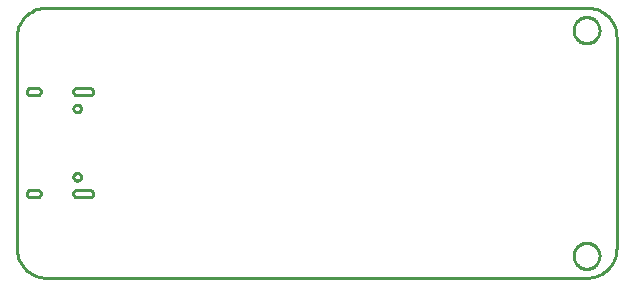
<source format=gbr>
G04 EAGLE Gerber RS-274X export*
G75*
%MOMM*%
%FSLAX34Y34*%
%LPD*%
%IN*%
%IPPOS*%
%AMOC8*
5,1,8,0,0,1.08239X$1,22.5*%
G01*
%ADD10C,0.254000*%


D10*
X0Y25400D02*
X97Y23186D01*
X386Y20989D01*
X865Y18826D01*
X1532Y16713D01*
X2380Y14666D01*
X3403Y12700D01*
X4594Y10831D01*
X5942Y9073D01*
X7440Y7440D01*
X9073Y5942D01*
X10831Y4594D01*
X12700Y3403D01*
X14666Y2380D01*
X16713Y1532D01*
X18826Y865D01*
X20989Y386D01*
X23186Y97D01*
X25400Y0D01*
X482600Y0D01*
X484814Y97D01*
X487011Y386D01*
X489174Y865D01*
X491287Y1532D01*
X493335Y2380D01*
X495300Y3403D01*
X497169Y4594D01*
X498927Y5942D01*
X500561Y7440D01*
X502058Y9073D01*
X503406Y10831D01*
X504597Y12700D01*
X505620Y14666D01*
X506468Y16713D01*
X507135Y18826D01*
X507614Y20989D01*
X507903Y23186D01*
X508000Y25400D01*
X508000Y203200D01*
X507903Y205414D01*
X507614Y207611D01*
X507135Y209774D01*
X506468Y211887D01*
X505620Y213935D01*
X504597Y215900D01*
X503406Y217769D01*
X502058Y219527D01*
X500561Y221161D01*
X498927Y222658D01*
X497169Y224006D01*
X495300Y225197D01*
X493335Y226220D01*
X491287Y227068D01*
X489174Y227735D01*
X487011Y228214D01*
X484814Y228503D01*
X482600Y228600D01*
X25400Y228600D01*
X23186Y228503D01*
X20989Y228214D01*
X18826Y227735D01*
X16713Y227068D01*
X14666Y226220D01*
X12700Y225197D01*
X10831Y224006D01*
X9073Y222658D01*
X7440Y221161D01*
X5942Y219527D01*
X4594Y217769D01*
X3403Y215900D01*
X2380Y213935D01*
X1532Y211887D01*
X865Y209774D01*
X386Y207611D01*
X97Y205414D01*
X0Y203200D01*
X0Y25400D01*
X47870Y157500D02*
X47881Y157239D01*
X47916Y156979D01*
X47972Y156724D01*
X48051Y156474D01*
X48151Y156232D01*
X48272Y156000D01*
X48413Y155779D01*
X48572Y155572D01*
X48749Y155379D01*
X48942Y155202D01*
X49149Y155043D01*
X49370Y154902D01*
X49602Y154781D01*
X49844Y154681D01*
X50094Y154602D01*
X50349Y154546D01*
X50609Y154511D01*
X50870Y154500D01*
X61870Y154500D01*
X62131Y154511D01*
X62391Y154546D01*
X62646Y154602D01*
X62896Y154681D01*
X63138Y154781D01*
X63370Y154902D01*
X63591Y155043D01*
X63798Y155202D01*
X63991Y155379D01*
X64168Y155572D01*
X64327Y155779D01*
X64468Y156000D01*
X64589Y156232D01*
X64689Y156474D01*
X64768Y156724D01*
X64824Y156979D01*
X64859Y157239D01*
X64870Y157500D01*
X64859Y157761D01*
X64824Y158021D01*
X64768Y158276D01*
X64689Y158526D01*
X64589Y158768D01*
X64468Y159000D01*
X64327Y159221D01*
X64168Y159428D01*
X63991Y159621D01*
X63798Y159798D01*
X63591Y159957D01*
X63370Y160098D01*
X63138Y160219D01*
X62896Y160319D01*
X62646Y160398D01*
X62391Y160454D01*
X62131Y160489D01*
X61870Y160500D01*
X50870Y160500D01*
X50609Y160489D01*
X50349Y160454D01*
X50094Y160398D01*
X49844Y160319D01*
X49602Y160219D01*
X49370Y160098D01*
X49149Y159957D01*
X48942Y159798D01*
X48749Y159621D01*
X48572Y159428D01*
X48413Y159221D01*
X48272Y159000D01*
X48151Y158768D01*
X48051Y158526D01*
X47972Y158276D01*
X47916Y158021D01*
X47881Y157761D01*
X47870Y157500D01*
X47870Y71100D02*
X47881Y70839D01*
X47916Y70579D01*
X47972Y70324D01*
X48051Y70074D01*
X48151Y69832D01*
X48272Y69600D01*
X48413Y69379D01*
X48572Y69172D01*
X48749Y68979D01*
X48942Y68802D01*
X49149Y68643D01*
X49370Y68502D01*
X49602Y68381D01*
X49844Y68281D01*
X50094Y68202D01*
X50349Y68146D01*
X50609Y68111D01*
X50870Y68100D01*
X61870Y68100D01*
X62131Y68111D01*
X62391Y68146D01*
X62646Y68202D01*
X62896Y68281D01*
X63138Y68381D01*
X63370Y68502D01*
X63591Y68643D01*
X63798Y68802D01*
X63991Y68979D01*
X64168Y69172D01*
X64327Y69379D01*
X64468Y69600D01*
X64589Y69832D01*
X64689Y70074D01*
X64768Y70324D01*
X64824Y70579D01*
X64859Y70839D01*
X64870Y71100D01*
X64859Y71361D01*
X64824Y71621D01*
X64768Y71876D01*
X64689Y72126D01*
X64589Y72368D01*
X64468Y72600D01*
X64327Y72821D01*
X64168Y73028D01*
X63991Y73221D01*
X63798Y73398D01*
X63591Y73557D01*
X63370Y73698D01*
X63138Y73819D01*
X62896Y73919D01*
X62646Y73998D01*
X62391Y74054D01*
X62131Y74089D01*
X61870Y74100D01*
X50870Y74100D01*
X50609Y74089D01*
X50349Y74054D01*
X50094Y73998D01*
X49844Y73919D01*
X49602Y73819D01*
X49370Y73698D01*
X49149Y73557D01*
X48942Y73398D01*
X48749Y73221D01*
X48572Y73028D01*
X48413Y72821D01*
X48272Y72600D01*
X48151Y72368D01*
X48051Y72126D01*
X47972Y71876D01*
X47916Y71621D01*
X47881Y71361D01*
X47870Y71100D01*
X8570Y71100D02*
X8581Y70839D01*
X8616Y70579D01*
X8672Y70324D01*
X8751Y70074D01*
X8851Y69832D01*
X8972Y69600D01*
X9113Y69379D01*
X9272Y69172D01*
X9449Y68979D01*
X9642Y68802D01*
X9849Y68643D01*
X10070Y68502D01*
X10302Y68381D01*
X10544Y68281D01*
X10794Y68202D01*
X11049Y68146D01*
X11309Y68111D01*
X11570Y68100D01*
X17570Y68100D01*
X17831Y68111D01*
X18091Y68146D01*
X18346Y68202D01*
X18596Y68281D01*
X18838Y68381D01*
X19070Y68502D01*
X19291Y68643D01*
X19498Y68802D01*
X19691Y68979D01*
X19868Y69172D01*
X20027Y69379D01*
X20168Y69600D01*
X20289Y69832D01*
X20389Y70074D01*
X20468Y70324D01*
X20524Y70579D01*
X20559Y70839D01*
X20570Y71100D01*
X20559Y71361D01*
X20524Y71621D01*
X20468Y71876D01*
X20389Y72126D01*
X20289Y72368D01*
X20168Y72600D01*
X20027Y72821D01*
X19868Y73028D01*
X19691Y73221D01*
X19498Y73398D01*
X19291Y73557D01*
X19070Y73698D01*
X18838Y73819D01*
X18596Y73919D01*
X18346Y73998D01*
X18091Y74054D01*
X17831Y74089D01*
X17570Y74100D01*
X11570Y74100D01*
X11309Y74089D01*
X11049Y74054D01*
X10794Y73998D01*
X10544Y73919D01*
X10302Y73819D01*
X10070Y73698D01*
X9849Y73557D01*
X9642Y73398D01*
X9449Y73221D01*
X9272Y73028D01*
X9113Y72821D01*
X8972Y72600D01*
X8851Y72368D01*
X8751Y72126D01*
X8672Y71876D01*
X8616Y71621D01*
X8581Y71361D01*
X8570Y71100D01*
X8570Y157500D02*
X8581Y157239D01*
X8616Y156979D01*
X8672Y156724D01*
X8751Y156474D01*
X8851Y156232D01*
X8972Y156000D01*
X9113Y155779D01*
X9272Y155572D01*
X9449Y155379D01*
X9642Y155202D01*
X9849Y155043D01*
X10070Y154902D01*
X10302Y154781D01*
X10544Y154681D01*
X10794Y154602D01*
X11049Y154546D01*
X11309Y154511D01*
X11570Y154500D01*
X17570Y154500D01*
X17831Y154511D01*
X18091Y154546D01*
X18346Y154602D01*
X18596Y154681D01*
X18838Y154781D01*
X19070Y154902D01*
X19291Y155043D01*
X19498Y155202D01*
X19691Y155379D01*
X19868Y155572D01*
X20027Y155779D01*
X20168Y156000D01*
X20289Y156232D01*
X20389Y156474D01*
X20468Y156724D01*
X20524Y156979D01*
X20559Y157239D01*
X20570Y157500D01*
X20559Y157761D01*
X20524Y158021D01*
X20468Y158276D01*
X20389Y158526D01*
X20289Y158768D01*
X20168Y159000D01*
X20027Y159221D01*
X19868Y159428D01*
X19691Y159621D01*
X19498Y159798D01*
X19291Y159957D01*
X19070Y160098D01*
X18838Y160219D01*
X18596Y160319D01*
X18346Y160398D01*
X18091Y160454D01*
X17831Y160489D01*
X17570Y160500D01*
X11570Y160500D01*
X11309Y160489D01*
X11049Y160454D01*
X10794Y160398D01*
X10544Y160319D01*
X10302Y160219D01*
X10070Y160098D01*
X9849Y159957D01*
X9642Y159798D01*
X9449Y159621D01*
X9272Y159428D01*
X9113Y159221D01*
X8972Y159000D01*
X8851Y158768D01*
X8751Y158526D01*
X8672Y158276D01*
X8616Y158021D01*
X8581Y157761D01*
X8570Y157500D01*
X493600Y17983D02*
X493532Y17121D01*
X493397Y16267D01*
X493195Y15427D01*
X492928Y14605D01*
X492597Y13806D01*
X492205Y13036D01*
X491753Y12299D01*
X491245Y11600D01*
X490684Y10942D01*
X490073Y10331D01*
X489415Y9770D01*
X488716Y9262D01*
X487979Y8810D01*
X487209Y8418D01*
X486410Y8087D01*
X485588Y7820D01*
X484748Y7618D01*
X483894Y7483D01*
X483032Y7415D01*
X482168Y7415D01*
X481306Y7483D01*
X480452Y7618D01*
X479612Y7820D01*
X478790Y8087D01*
X477991Y8418D01*
X477221Y8810D01*
X476484Y9262D01*
X475785Y9770D01*
X475127Y10331D01*
X474516Y10942D01*
X473955Y11600D01*
X473447Y12299D01*
X472995Y13036D01*
X472603Y13806D01*
X472272Y14605D01*
X472005Y15427D01*
X471803Y16267D01*
X471668Y17121D01*
X471600Y17983D01*
X471600Y18847D01*
X471668Y19709D01*
X471803Y20563D01*
X472005Y21403D01*
X472272Y22225D01*
X472603Y23024D01*
X472995Y23794D01*
X473447Y24531D01*
X473955Y25230D01*
X474516Y25888D01*
X475127Y26499D01*
X475785Y27060D01*
X476484Y27568D01*
X477221Y28020D01*
X477991Y28412D01*
X478790Y28743D01*
X479612Y29010D01*
X480452Y29212D01*
X481306Y29347D01*
X482168Y29415D01*
X483032Y29415D01*
X483894Y29347D01*
X484748Y29212D01*
X485588Y29010D01*
X486410Y28743D01*
X487209Y28412D01*
X487979Y28020D01*
X488716Y27568D01*
X489415Y27060D01*
X490073Y26499D01*
X490684Y25888D01*
X491245Y25230D01*
X491753Y24531D01*
X492205Y23794D01*
X492597Y23024D01*
X492928Y22225D01*
X493195Y21403D01*
X493397Y20563D01*
X493532Y19709D01*
X493600Y18847D01*
X493600Y17983D01*
X493600Y209118D02*
X493532Y208256D01*
X493397Y207402D01*
X493195Y206562D01*
X492928Y205740D01*
X492597Y204941D01*
X492205Y204171D01*
X491753Y203434D01*
X491245Y202735D01*
X490684Y202077D01*
X490073Y201466D01*
X489415Y200905D01*
X488716Y200397D01*
X487979Y199945D01*
X487209Y199553D01*
X486410Y199222D01*
X485588Y198955D01*
X484748Y198753D01*
X483894Y198618D01*
X483032Y198550D01*
X482168Y198550D01*
X481306Y198618D01*
X480452Y198753D01*
X479612Y198955D01*
X478790Y199222D01*
X477991Y199553D01*
X477221Y199945D01*
X476484Y200397D01*
X475785Y200905D01*
X475127Y201466D01*
X474516Y202077D01*
X473955Y202735D01*
X473447Y203434D01*
X472995Y204171D01*
X472603Y204941D01*
X472272Y205740D01*
X472005Y206562D01*
X471803Y207402D01*
X471668Y208256D01*
X471600Y209118D01*
X471600Y209982D01*
X471668Y210844D01*
X471803Y211698D01*
X472005Y212538D01*
X472272Y213360D01*
X472603Y214159D01*
X472995Y214929D01*
X473447Y215666D01*
X473955Y216365D01*
X474516Y217023D01*
X475127Y217634D01*
X475785Y218195D01*
X476484Y218703D01*
X477221Y219155D01*
X477991Y219547D01*
X478790Y219878D01*
X479612Y220145D01*
X480452Y220347D01*
X481306Y220482D01*
X482168Y220550D01*
X483032Y220550D01*
X483894Y220482D01*
X484748Y220347D01*
X485588Y220145D01*
X486410Y219878D01*
X487209Y219547D01*
X487979Y219155D01*
X488716Y218703D01*
X489415Y218195D01*
X490073Y217634D01*
X490684Y217023D01*
X491245Y216365D01*
X491753Y215666D01*
X492205Y214929D01*
X492597Y214159D01*
X492928Y213360D01*
X493195Y212538D01*
X493397Y211698D01*
X493532Y210844D01*
X493600Y209982D01*
X493600Y209118D01*
X51157Y82150D02*
X50735Y82206D01*
X50323Y82316D01*
X49929Y82479D01*
X49561Y82692D01*
X49223Y82951D01*
X48921Y83253D01*
X48662Y83591D01*
X48449Y83959D01*
X48286Y84353D01*
X48176Y84765D01*
X48120Y85187D01*
X48120Y85613D01*
X48176Y86035D01*
X48286Y86447D01*
X48449Y86841D01*
X48662Y87209D01*
X48921Y87547D01*
X49223Y87849D01*
X49561Y88108D01*
X49929Y88321D01*
X50323Y88484D01*
X50735Y88594D01*
X51157Y88650D01*
X51583Y88650D01*
X52005Y88594D01*
X52417Y88484D01*
X52811Y88321D01*
X53179Y88108D01*
X53517Y87849D01*
X53819Y87547D01*
X54078Y87209D01*
X54291Y86841D01*
X54454Y86447D01*
X54564Y86035D01*
X54620Y85613D01*
X54620Y85187D01*
X54564Y84765D01*
X54454Y84353D01*
X54291Y83959D01*
X54078Y83591D01*
X53819Y83253D01*
X53517Y82951D01*
X53179Y82692D01*
X52811Y82479D01*
X52417Y82316D01*
X52005Y82206D01*
X51583Y82150D01*
X51157Y82150D01*
X51157Y139950D02*
X50735Y140006D01*
X50323Y140116D01*
X49929Y140279D01*
X49561Y140492D01*
X49223Y140751D01*
X48921Y141053D01*
X48662Y141391D01*
X48449Y141759D01*
X48286Y142153D01*
X48176Y142565D01*
X48120Y142987D01*
X48120Y143413D01*
X48176Y143835D01*
X48286Y144247D01*
X48449Y144641D01*
X48662Y145009D01*
X48921Y145347D01*
X49223Y145649D01*
X49561Y145908D01*
X49929Y146121D01*
X50323Y146284D01*
X50735Y146394D01*
X51157Y146450D01*
X51583Y146450D01*
X52005Y146394D01*
X52417Y146284D01*
X52811Y146121D01*
X53179Y145908D01*
X53517Y145649D01*
X53819Y145347D01*
X54078Y145009D01*
X54291Y144641D01*
X54454Y144247D01*
X54564Y143835D01*
X54620Y143413D01*
X54620Y142987D01*
X54564Y142565D01*
X54454Y142153D01*
X54291Y141759D01*
X54078Y141391D01*
X53819Y141053D01*
X53517Y140751D01*
X53179Y140492D01*
X52811Y140279D01*
X52417Y140116D01*
X52005Y140006D01*
X51583Y139950D01*
X51157Y139950D01*
M02*

</source>
